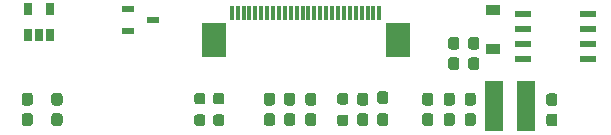
<source format=gbr>
%TF.GenerationSoftware,KiCad,Pcbnew,(5.1.9)-1*%
%TF.CreationDate,2021-03-01T22:37:49-08:00*%
%TF.ProjectId,SD1326_I2C_breakout,53443133-3236-45f4-9932-435f62726561,0.1b*%
%TF.SameCoordinates,Original*%
%TF.FileFunction,Paste,Bot*%
%TF.FilePolarity,Positive*%
%FSLAX46Y46*%
G04 Gerber Fmt 4.6, Leading zero omitted, Abs format (unit mm)*
G04 Created by KiCad (PCBNEW (5.1.9)-1) date 2021-03-01 22:37:49*
%MOMM*%
%LPD*%
G01*
G04 APERTURE LIST*
%ADD10R,0.650000X1.060000*%
%ADD11R,1.090000X0.610000*%
%ADD12R,0.300000X1.250000*%
%ADD13R,2.000000X3.000000*%
%ADD14R,1.454899X0.532600*%
%ADD15R,1.500000X4.200000*%
%ADD16R,1.220000X0.910000*%
G04 APERTURE END LIST*
%TO.C,C13*%
G36*
G01*
X76472500Y-37815000D02*
X76947500Y-37815000D01*
G75*
G02*
X77185000Y-38052500I0J-237500D01*
G01*
X77185000Y-38652500D01*
G75*
G02*
X76947500Y-38890000I-237500J0D01*
G01*
X76472500Y-38890000D01*
G75*
G02*
X76235000Y-38652500I0J237500D01*
G01*
X76235000Y-38052500D01*
G75*
G02*
X76472500Y-37815000I237500J0D01*
G01*
G37*
G36*
G01*
X76472500Y-36090000D02*
X76947500Y-36090000D01*
G75*
G02*
X77185000Y-36327500I0J-237500D01*
G01*
X77185000Y-36927500D01*
G75*
G02*
X76947500Y-37165000I-237500J0D01*
G01*
X76472500Y-37165000D01*
G75*
G02*
X76235000Y-36927500I0J237500D01*
G01*
X76235000Y-36327500D01*
G75*
G02*
X76472500Y-36090000I237500J0D01*
G01*
G37*
%TD*%
D10*
%TO.C,U4*%
X76160000Y-28990000D03*
X74260000Y-28990000D03*
X74260000Y-31190000D03*
X75210000Y-31190000D03*
X76160000Y-31190000D03*
%TD*%
D11*
%TO.C,U3*%
X82710000Y-28990000D03*
X84850000Y-29905000D03*
X82710000Y-30820000D03*
%TD*%
D12*
%TO.C,U2*%
X103510000Y-29290000D03*
X104010000Y-29290000D03*
X102510000Y-29290000D03*
X103010000Y-29290000D03*
X101510000Y-29290000D03*
X102010000Y-29290000D03*
X100510000Y-29290000D03*
X101010000Y-29290000D03*
X99510000Y-29290000D03*
X100010000Y-29290000D03*
X98510000Y-29290000D03*
X99010000Y-29290000D03*
X97510000Y-29290000D03*
X98010000Y-29290000D03*
X96510000Y-29290000D03*
X97010000Y-29290000D03*
X95510000Y-29290000D03*
X96010000Y-29290000D03*
X94510000Y-29290000D03*
X95010000Y-29290000D03*
X93510000Y-29290000D03*
X94010000Y-29290000D03*
X92510000Y-29290000D03*
X93010000Y-29290000D03*
X91510000Y-29290000D03*
X92010000Y-29290000D03*
D13*
X89970000Y-31615000D03*
X105550000Y-31615000D03*
%TD*%
D14*
%TO.C,U1*%
X116210000Y-29420000D03*
X116210000Y-30690000D03*
X116210000Y-31960000D03*
X116210000Y-33230000D03*
X121652696Y-33230000D03*
X121652696Y-31960000D03*
X121652696Y-30690000D03*
X121652696Y-29420000D03*
%TD*%
%TO.C,R3*%
G36*
G01*
X100672500Y-37927500D02*
X101147500Y-37927500D01*
G75*
G02*
X101385000Y-38165000I0J-237500D01*
G01*
X101385000Y-38665000D01*
G75*
G02*
X101147500Y-38902500I-237500J0D01*
G01*
X100672500Y-38902500D01*
G75*
G02*
X100435000Y-38665000I0J237500D01*
G01*
X100435000Y-38165000D01*
G75*
G02*
X100672500Y-37927500I237500J0D01*
G01*
G37*
G36*
G01*
X100672500Y-36102500D02*
X101147500Y-36102500D01*
G75*
G02*
X101385000Y-36340000I0J-237500D01*
G01*
X101385000Y-36840000D01*
G75*
G02*
X101147500Y-37077500I-237500J0D01*
G01*
X100672500Y-37077500D01*
G75*
G02*
X100435000Y-36840000I0J237500D01*
G01*
X100435000Y-36340000D01*
G75*
G02*
X100672500Y-36102500I237500J0D01*
G01*
G37*
%TD*%
%TO.C,R2*%
G36*
G01*
X88572500Y-37915000D02*
X89047500Y-37915000D01*
G75*
G02*
X89285000Y-38152500I0J-237500D01*
G01*
X89285000Y-38652500D01*
G75*
G02*
X89047500Y-38890000I-237500J0D01*
G01*
X88572500Y-38890000D01*
G75*
G02*
X88335000Y-38652500I0J237500D01*
G01*
X88335000Y-38152500D01*
G75*
G02*
X88572500Y-37915000I237500J0D01*
G01*
G37*
G36*
G01*
X88572500Y-36090000D02*
X89047500Y-36090000D01*
G75*
G02*
X89285000Y-36327500I0J-237500D01*
G01*
X89285000Y-36827500D01*
G75*
G02*
X89047500Y-37065000I-237500J0D01*
G01*
X88572500Y-37065000D01*
G75*
G02*
X88335000Y-36827500I0J237500D01*
G01*
X88335000Y-36327500D01*
G75*
G02*
X88572500Y-36090000I237500J0D01*
G01*
G37*
%TD*%
%TO.C,R1*%
G36*
G01*
X90172500Y-37915000D02*
X90647500Y-37915000D01*
G75*
G02*
X90885000Y-38152500I0J-237500D01*
G01*
X90885000Y-38652500D01*
G75*
G02*
X90647500Y-38890000I-237500J0D01*
G01*
X90172500Y-38890000D01*
G75*
G02*
X89935000Y-38652500I0J237500D01*
G01*
X89935000Y-38152500D01*
G75*
G02*
X90172500Y-37915000I237500J0D01*
G01*
G37*
G36*
G01*
X90172500Y-36090000D02*
X90647500Y-36090000D01*
G75*
G02*
X90885000Y-36327500I0J-237500D01*
G01*
X90885000Y-36827500D01*
G75*
G02*
X90647500Y-37065000I-237500J0D01*
G01*
X90172500Y-37065000D01*
G75*
G02*
X89935000Y-36827500I0J237500D01*
G01*
X89935000Y-36327500D01*
G75*
G02*
X90172500Y-36090000I237500J0D01*
G01*
G37*
%TD*%
D15*
%TO.C,L1*%
X113710000Y-37190000D03*
X116410000Y-37190000D03*
%TD*%
D16*
%TO.C,D1*%
X113610000Y-29090000D03*
X113610000Y-32360000D03*
%TD*%
%TO.C,C12*%
G36*
G01*
X73972500Y-37815000D02*
X74447500Y-37815000D01*
G75*
G02*
X74685000Y-38052500I0J-237500D01*
G01*
X74685000Y-38652500D01*
G75*
G02*
X74447500Y-38890000I-237500J0D01*
G01*
X73972500Y-38890000D01*
G75*
G02*
X73735000Y-38652500I0J237500D01*
G01*
X73735000Y-38052500D01*
G75*
G02*
X73972500Y-37815000I237500J0D01*
G01*
G37*
G36*
G01*
X73972500Y-36090000D02*
X74447500Y-36090000D01*
G75*
G02*
X74685000Y-36327500I0J-237500D01*
G01*
X74685000Y-36927500D01*
G75*
G02*
X74447500Y-37165000I-237500J0D01*
G01*
X73972500Y-37165000D01*
G75*
G02*
X73735000Y-36927500I0J237500D01*
G01*
X73735000Y-36327500D01*
G75*
G02*
X73972500Y-36090000I237500J0D01*
G01*
G37*
%TD*%
%TO.C,C11*%
G36*
G01*
X96172500Y-37815000D02*
X96647500Y-37815000D01*
G75*
G02*
X96885000Y-38052500I0J-237500D01*
G01*
X96885000Y-38652500D01*
G75*
G02*
X96647500Y-38890000I-237500J0D01*
G01*
X96172500Y-38890000D01*
G75*
G02*
X95935000Y-38652500I0J237500D01*
G01*
X95935000Y-38052500D01*
G75*
G02*
X96172500Y-37815000I237500J0D01*
G01*
G37*
G36*
G01*
X96172500Y-36090000D02*
X96647500Y-36090000D01*
G75*
G02*
X96885000Y-36327500I0J-237500D01*
G01*
X96885000Y-36927500D01*
G75*
G02*
X96647500Y-37165000I-237500J0D01*
G01*
X96172500Y-37165000D01*
G75*
G02*
X95935000Y-36927500I0J237500D01*
G01*
X95935000Y-36327500D01*
G75*
G02*
X96172500Y-36090000I237500J0D01*
G01*
G37*
%TD*%
%TO.C,C10*%
G36*
G01*
X97972500Y-37815000D02*
X98447500Y-37815000D01*
G75*
G02*
X98685000Y-38052500I0J-237500D01*
G01*
X98685000Y-38652500D01*
G75*
G02*
X98447500Y-38890000I-237500J0D01*
G01*
X97972500Y-38890000D01*
G75*
G02*
X97735000Y-38652500I0J237500D01*
G01*
X97735000Y-38052500D01*
G75*
G02*
X97972500Y-37815000I237500J0D01*
G01*
G37*
G36*
G01*
X97972500Y-36090000D02*
X98447500Y-36090000D01*
G75*
G02*
X98685000Y-36327500I0J-237500D01*
G01*
X98685000Y-36927500D01*
G75*
G02*
X98447500Y-37165000I-237500J0D01*
G01*
X97972500Y-37165000D01*
G75*
G02*
X97735000Y-36927500I0J237500D01*
G01*
X97735000Y-36327500D01*
G75*
G02*
X97972500Y-36090000I237500J0D01*
G01*
G37*
%TD*%
%TO.C,C9*%
G36*
G01*
X94472500Y-37815000D02*
X94947500Y-37815000D01*
G75*
G02*
X95185000Y-38052500I0J-237500D01*
G01*
X95185000Y-38652500D01*
G75*
G02*
X94947500Y-38890000I-237500J0D01*
G01*
X94472500Y-38890000D01*
G75*
G02*
X94235000Y-38652500I0J237500D01*
G01*
X94235000Y-38052500D01*
G75*
G02*
X94472500Y-37815000I237500J0D01*
G01*
G37*
G36*
G01*
X94472500Y-36090000D02*
X94947500Y-36090000D01*
G75*
G02*
X95185000Y-36327500I0J-237500D01*
G01*
X95185000Y-36927500D01*
G75*
G02*
X94947500Y-37165000I-237500J0D01*
G01*
X94472500Y-37165000D01*
G75*
G02*
X94235000Y-36927500I0J237500D01*
G01*
X94235000Y-36327500D01*
G75*
G02*
X94472500Y-36090000I237500J0D01*
G01*
G37*
%TD*%
%TO.C,Ce*%
G36*
G01*
X102372500Y-37815000D02*
X102847500Y-37815000D01*
G75*
G02*
X103085000Y-38052500I0J-237500D01*
G01*
X103085000Y-38652500D01*
G75*
G02*
X102847500Y-38890000I-237500J0D01*
G01*
X102372500Y-38890000D01*
G75*
G02*
X102135000Y-38652500I0J237500D01*
G01*
X102135000Y-38052500D01*
G75*
G02*
X102372500Y-37815000I237500J0D01*
G01*
G37*
G36*
G01*
X102372500Y-36090000D02*
X102847500Y-36090000D01*
G75*
G02*
X103085000Y-36327500I0J-237500D01*
G01*
X103085000Y-36927500D01*
G75*
G02*
X102847500Y-37165000I-237500J0D01*
G01*
X102372500Y-37165000D01*
G75*
G02*
X102135000Y-36927500I0J237500D01*
G01*
X102135000Y-36327500D01*
G75*
G02*
X102372500Y-36090000I237500J0D01*
G01*
G37*
%TD*%
%TO.C,C7*%
G36*
G01*
X104072500Y-37815000D02*
X104547500Y-37815000D01*
G75*
G02*
X104785000Y-38052500I0J-237500D01*
G01*
X104785000Y-38652500D01*
G75*
G02*
X104547500Y-38890000I-237500J0D01*
G01*
X104072500Y-38890000D01*
G75*
G02*
X103835000Y-38652500I0J237500D01*
G01*
X103835000Y-38052500D01*
G75*
G02*
X104072500Y-37815000I237500J0D01*
G01*
G37*
G36*
G01*
X104072500Y-35952500D02*
X104547500Y-35952500D01*
G75*
G02*
X104785000Y-36190000I0J-237500D01*
G01*
X104785000Y-36790000D01*
G75*
G02*
X104547500Y-37027500I-237500J0D01*
G01*
X104072500Y-37027500D01*
G75*
G02*
X103835000Y-36790000I0J237500D01*
G01*
X103835000Y-36190000D01*
G75*
G02*
X104072500Y-35952500I237500J0D01*
G01*
G37*
%TD*%
%TO.C,C6*%
G36*
G01*
X118372500Y-37852500D02*
X118847500Y-37852500D01*
G75*
G02*
X119085000Y-38090000I0J-237500D01*
G01*
X119085000Y-38690000D01*
G75*
G02*
X118847500Y-38927500I-237500J0D01*
G01*
X118372500Y-38927500D01*
G75*
G02*
X118135000Y-38690000I0J237500D01*
G01*
X118135000Y-38090000D01*
G75*
G02*
X118372500Y-37852500I237500J0D01*
G01*
G37*
G36*
G01*
X118372500Y-36127500D02*
X118847500Y-36127500D01*
G75*
G02*
X119085000Y-36365000I0J-237500D01*
G01*
X119085000Y-36965000D01*
G75*
G02*
X118847500Y-37202500I-237500J0D01*
G01*
X118372500Y-37202500D01*
G75*
G02*
X118135000Y-36965000I0J237500D01*
G01*
X118135000Y-36365000D01*
G75*
G02*
X118372500Y-36127500I237500J0D01*
G01*
G37*
%TD*%
%TO.C,C5*%
G36*
G01*
X111472500Y-37815000D02*
X111947500Y-37815000D01*
G75*
G02*
X112185000Y-38052500I0J-237500D01*
G01*
X112185000Y-38652500D01*
G75*
G02*
X111947500Y-38890000I-237500J0D01*
G01*
X111472500Y-38890000D01*
G75*
G02*
X111235000Y-38652500I0J237500D01*
G01*
X111235000Y-38052500D01*
G75*
G02*
X111472500Y-37815000I237500J0D01*
G01*
G37*
G36*
G01*
X111472500Y-36090000D02*
X111947500Y-36090000D01*
G75*
G02*
X112185000Y-36327500I0J-237500D01*
G01*
X112185000Y-36927500D01*
G75*
G02*
X111947500Y-37165000I-237500J0D01*
G01*
X111472500Y-37165000D01*
G75*
G02*
X111235000Y-36927500I0J237500D01*
G01*
X111235000Y-36327500D01*
G75*
G02*
X111472500Y-36090000I237500J0D01*
G01*
G37*
%TD*%
%TO.C,C4*%
G36*
G01*
X109702500Y-37815000D02*
X110177500Y-37815000D01*
G75*
G02*
X110415000Y-38052500I0J-237500D01*
G01*
X110415000Y-38652500D01*
G75*
G02*
X110177500Y-38890000I-237500J0D01*
G01*
X109702500Y-38890000D01*
G75*
G02*
X109465000Y-38652500I0J237500D01*
G01*
X109465000Y-38052500D01*
G75*
G02*
X109702500Y-37815000I237500J0D01*
G01*
G37*
G36*
G01*
X109702500Y-36090000D02*
X110177500Y-36090000D01*
G75*
G02*
X110415000Y-36327500I0J-237500D01*
G01*
X110415000Y-36927500D01*
G75*
G02*
X110177500Y-37165000I-237500J0D01*
G01*
X109702500Y-37165000D01*
G75*
G02*
X109465000Y-36927500I0J237500D01*
G01*
X109465000Y-36327500D01*
G75*
G02*
X109702500Y-36090000I237500J0D01*
G01*
G37*
%TD*%
%TO.C,C3*%
G36*
G01*
X107872500Y-37815000D02*
X108347500Y-37815000D01*
G75*
G02*
X108585000Y-38052500I0J-237500D01*
G01*
X108585000Y-38652500D01*
G75*
G02*
X108347500Y-38890000I-237500J0D01*
G01*
X107872500Y-38890000D01*
G75*
G02*
X107635000Y-38652500I0J237500D01*
G01*
X107635000Y-38052500D01*
G75*
G02*
X107872500Y-37815000I237500J0D01*
G01*
G37*
G36*
G01*
X107872500Y-36090000D02*
X108347500Y-36090000D01*
G75*
G02*
X108585000Y-36327500I0J-237500D01*
G01*
X108585000Y-36927500D01*
G75*
G02*
X108347500Y-37165000I-237500J0D01*
G01*
X107872500Y-37165000D01*
G75*
G02*
X107635000Y-36927500I0J237500D01*
G01*
X107635000Y-36327500D01*
G75*
G02*
X107872500Y-36090000I237500J0D01*
G01*
G37*
%TD*%
%TO.C,C2*%
G36*
G01*
X110072500Y-33077500D02*
X110547500Y-33077500D01*
G75*
G02*
X110785000Y-33315000I0J-237500D01*
G01*
X110785000Y-33915000D01*
G75*
G02*
X110547500Y-34152500I-237500J0D01*
G01*
X110072500Y-34152500D01*
G75*
G02*
X109835000Y-33915000I0J237500D01*
G01*
X109835000Y-33315000D01*
G75*
G02*
X110072500Y-33077500I237500J0D01*
G01*
G37*
G36*
G01*
X110072500Y-31352500D02*
X110547500Y-31352500D01*
G75*
G02*
X110785000Y-31590000I0J-237500D01*
G01*
X110785000Y-32190000D01*
G75*
G02*
X110547500Y-32427500I-237500J0D01*
G01*
X110072500Y-32427500D01*
G75*
G02*
X109835000Y-32190000I0J237500D01*
G01*
X109835000Y-31590000D01*
G75*
G02*
X110072500Y-31352500I237500J0D01*
G01*
G37*
%TD*%
%TO.C,C1*%
G36*
G01*
X111772500Y-33077500D02*
X112247500Y-33077500D01*
G75*
G02*
X112485000Y-33315000I0J-237500D01*
G01*
X112485000Y-33915000D01*
G75*
G02*
X112247500Y-34152500I-237500J0D01*
G01*
X111772500Y-34152500D01*
G75*
G02*
X111535000Y-33915000I0J237500D01*
G01*
X111535000Y-33315000D01*
G75*
G02*
X111772500Y-33077500I237500J0D01*
G01*
G37*
G36*
G01*
X111772500Y-31352500D02*
X112247500Y-31352500D01*
G75*
G02*
X112485000Y-31590000I0J-237500D01*
G01*
X112485000Y-32190000D01*
G75*
G02*
X112247500Y-32427500I-237500J0D01*
G01*
X111772500Y-32427500D01*
G75*
G02*
X111535000Y-32190000I0J237500D01*
G01*
X111535000Y-31590000D01*
G75*
G02*
X111772500Y-31352500I237500J0D01*
G01*
G37*
%TD*%
M02*

</source>
